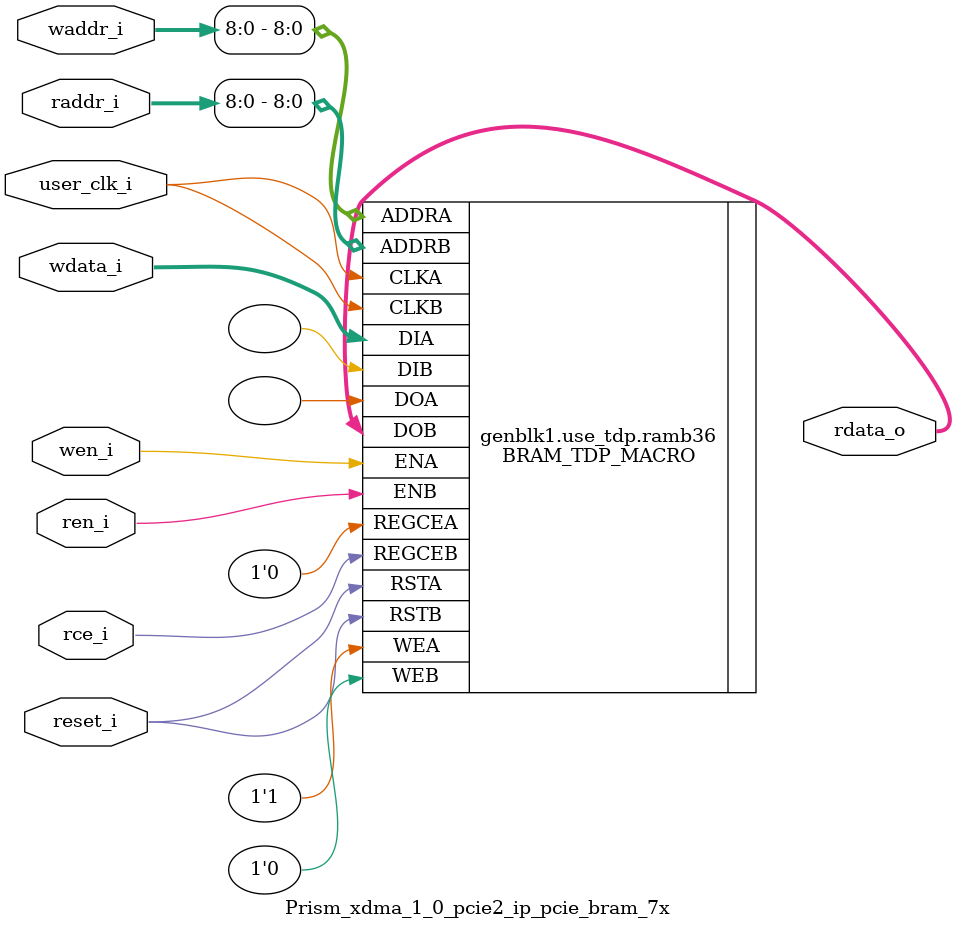
<source format=v>

`timescale 1ps/1ps

(* DowngradeIPIdentifiedWarnings = "yes" *)
module Prism_xdma_1_0_pcie2_ip_pcie_bram_7x
  #(
    parameter [3:0]  LINK_CAP_MAX_LINK_SPEED = 4'h1,        // PCIe Link Speed : 1 - 2.5 GT/s; 2 - 5.0 GT/s
    parameter [5:0]  LINK_CAP_MAX_LINK_WIDTH = 6'h08,       // PCIe Link Width : 1 / 2 / 4 / 8
    parameter IMPL_TARGET = "HARD",                         // the implementation target : HARD, SOFT
    parameter DOB_REG = 0,                                  // 1 - use the output register;
                                                            // 0 - don't use the output register
    parameter WIDTH = 0                                     // supported WIDTH's : 4, 9, 18, 36 - uses RAMB36
                                                            //                     72 - uses RAMB36SDP
    )
    (
     input               user_clk_i,// user clock
     input               reset_i,   // bram reset

     input               wen_i,     // write enable
     input [12:0]        waddr_i,   // write address
     input [WIDTH - 1:0] wdata_i,   // write data

     input               ren_i,     // read enable
     input               rce_i,     // output register clock enable
     input [12:0]        raddr_i,   // read address

     output [WIDTH - 1:0] rdata_o   // read data
     );

   // map the address bits
   localparam ADDR_MSB = ((WIDTH == 4)  ? 12 :
                          (WIDTH == 9)  ? 11 :
                          (WIDTH == 18) ? 10 :
                          (WIDTH == 36) ?  9 :
                                           8
                          );

   // set the width of the tied off low address bits
   localparam ADDR_LO_BITS = ((WIDTH == 4)  ? 2 :
                              (WIDTH == 9)  ? 3 :
                              (WIDTH == 18) ? 4 :
                              (WIDTH == 36) ? 5 :
                                              0 // for WIDTH 72 use RAMB36SDP
                              );

   // map the data bits
   localparam D_MSB =  ((WIDTH == 4)  ?  3 :
                        (WIDTH == 9)  ?  7 :
                        (WIDTH == 18) ? 15 :
                        (WIDTH == 36) ? 31 :
                                        63
                        );

   // map the data parity bits
   localparam DP_LSB =  D_MSB + 1;

   localparam DP_MSB =  ((WIDTH == 4)  ? 4 :
                         (WIDTH == 9)  ? 8 :
                         (WIDTH == 18) ? 17 :
                         (WIDTH == 36) ? 35 :
                                         71
                        );

   localparam DPW = DP_MSB - DP_LSB + 1;
   localparam WRITE_MODE = ((WIDTH == 72) && (!((LINK_CAP_MAX_LINK_SPEED == 4'h2) && (LINK_CAP_MAX_LINK_WIDTH == 6'h08)))) ? "WRITE_FIRST" :
                           ((LINK_CAP_MAX_LINK_SPEED == 4'h2) && (LINK_CAP_MAX_LINK_WIDTH == 6'h08)) ? "WRITE_FIRST" : "NO_CHANGE";

   localparam DEVICE = (IMPL_TARGET == "HARD") ? "7SERIES" : "VIRTEX6";
   localparam BRAM_SIZE = "36Kb";

   localparam WE_WIDTH =(DEVICE == "VIRTEX5" || DEVICE == "VIRTEX6" || DEVICE == "7SERIES") ?
                            ((WIDTH <= 9) ? 1 :
                             (WIDTH > 9 && WIDTH <= 18) ? 2 :
                             (WIDTH > 18 && WIDTH <= 36) ? 4 :
                             (WIDTH > 36 && WIDTH <= 72) ? 8 :
                             (BRAM_SIZE == "18Kb") ? 4 : 8 ) : 8;

   //synthesis translate_off
   initial begin
      //$display("[%t] %m DOB_REG %0d WIDTH %0d ADDR_MSB %0d ADDR_LO_BITS %0d DP_MSB %0d DP_LSB %0d D_MSB %0d",
      //          $time, DOB_REG,   WIDTH,    ADDR_MSB,    ADDR_LO_BITS,    DP_MSB,    DP_LSB,    D_MSB);

      case (WIDTH)
        4,9,18,36,72:;
        default:
          begin
             $display("[%t] %m Error WIDTH %0d not supported", $time, WIDTH);
             $finish;
          end
      endcase // case (WIDTH)
   end
   //synthesis translate_on

   generate
   if ((LINK_CAP_MAX_LINK_WIDTH == 6'h08 && LINK_CAP_MAX_LINK_SPEED == 4'h2) || (WIDTH == 72)) begin : use_sdp
        BRAM_SDP_MACRO #(
               .DEVICE        (DEVICE),
               .BRAM_SIZE     (BRAM_SIZE),
               .DO_REG        (DOB_REG),
               .READ_WIDTH    (WIDTH),
               .WRITE_WIDTH   (WIDTH),
               .WRITE_MODE    (WRITE_MODE)
               )
        ramb36sdp(
               .DO             (rdata_o[WIDTH-1:0]),
               .DI             (wdata_i[WIDTH-1:0]),
               .RDADDR         (raddr_i[ADDR_MSB:0]),
               .RDCLK          (user_clk_i),
               .RDEN           (ren_i),
               .REGCE          (rce_i),
               .RST            (reset_i),
               .WE             ({WE_WIDTH{1'b1}}),
               .WRADDR         (waddr_i[ADDR_MSB:0]),
               .WRCLK          (user_clk_i),
               .WREN           (wen_i)
               );

    end  // block: use_sdp
    else if (WIDTH <= 36) begin : use_tdp
    // use RAMB36's if the width is 4, 9, 18, or 36
        BRAM_TDP_MACRO #(
               .DEVICE        (DEVICE),
               .BRAM_SIZE     (BRAM_SIZE),
               .DOA_REG       (0),
               .DOB_REG       (DOB_REG),
               .READ_WIDTH_A  (WIDTH),
               .READ_WIDTH_B  (WIDTH),
               .WRITE_WIDTH_A (WIDTH),
               .WRITE_WIDTH_B (WIDTH),
               .WRITE_MODE_A  (WRITE_MODE)
               )
        ramb36(
               .DOA            (),
               .DOB            (rdata_o[WIDTH-1:0]),
               .ADDRA          (waddr_i[ADDR_MSB:0]),
               .ADDRB          (raddr_i[ADDR_MSB:0]),
               .CLKA           (user_clk_i),
               .CLKB           (user_clk_i),
               .DIA            (wdata_i[WIDTH-1:0]),
               .DIB            ({WIDTH{1'b0}}),
               .ENA            (wen_i),
               .ENB            (ren_i),
               .REGCEA         (1'b0),
               .REGCEB         (rce_i),
               .RSTA           (reset_i),
               .RSTB           (reset_i),
               .WEA            ({WE_WIDTH{1'b1}}),
               .WEB            ({WE_WIDTH{1'b0}})
               );
   end // block: use_tdp
   endgenerate

endmodule // pcie_bram_7x


</source>
